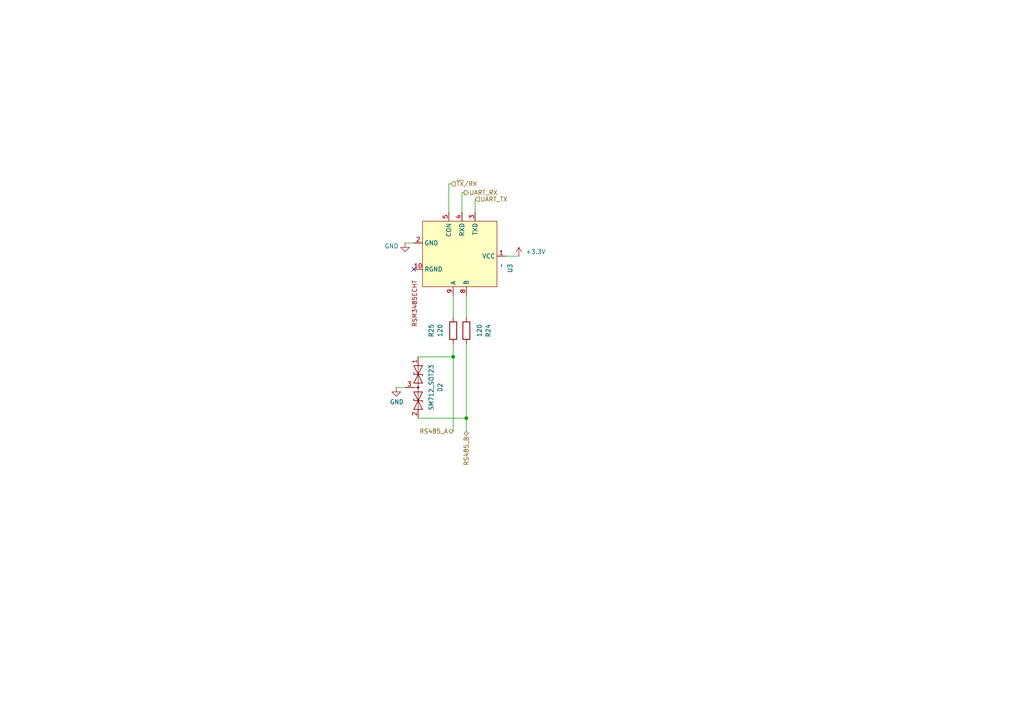
<source format=kicad_sch>
(kicad_sch
	(version 20250114)
	(generator "eeschema")
	(generator_version "9.0")
	(uuid "c598f9e5-ac1b-4a3e-bd6d-5579c1787fe4")
	(paper "A4")
	(lib_symbols
		(symbol "Device:R"
			(pin_numbers
				(hide yes)
			)
			(pin_names
				(offset 0)
			)
			(exclude_from_sim no)
			(in_bom yes)
			(on_board yes)
			(property "Reference" "R"
				(at 2.032 0 90)
				(effects
					(font
						(size 1.27 1.27)
					)
				)
			)
			(property "Value" "R"
				(at 0 0 90)
				(effects
					(font
						(size 1.27 1.27)
					)
				)
			)
			(property "Footprint" ""
				(at -1.778 0 90)
				(effects
					(font
						(size 1.27 1.27)
					)
					(hide yes)
				)
			)
			(property "Datasheet" "~"
				(at 0 0 0)
				(effects
					(font
						(size 1.27 1.27)
					)
					(hide yes)
				)
			)
			(property "Description" "Resistor"
				(at 0 0 0)
				(effects
					(font
						(size 1.27 1.27)
					)
					(hide yes)
				)
			)
			(property "ki_keywords" "R res resistor"
				(at 0 0 0)
				(effects
					(font
						(size 1.27 1.27)
					)
					(hide yes)
				)
			)
			(property "ki_fp_filters" "R_*"
				(at 0 0 0)
				(effects
					(font
						(size 1.27 1.27)
					)
					(hide yes)
				)
			)
			(symbol "R_0_1"
				(rectangle
					(start -1.016 -2.54)
					(end 1.016 2.54)
					(stroke
						(width 0.254)
						(type default)
					)
					(fill
						(type none)
					)
				)
			)
			(symbol "R_1_1"
				(pin passive line
					(at 0 3.81 270)
					(length 1.27)
					(name "~"
						(effects
							(font
								(size 1.27 1.27)
							)
						)
					)
					(number "1"
						(effects
							(font
								(size 1.27 1.27)
							)
						)
					)
				)
				(pin passive line
					(at 0 -3.81 90)
					(length 1.27)
					(name "~"
						(effects
							(font
								(size 1.27 1.27)
							)
						)
					)
					(number "2"
						(effects
							(font
								(size 1.27 1.27)
							)
						)
					)
				)
			)
			(embedded_fonts no)
		)
		(symbol "Diode:SM712_SOT23"
			(pin_names
				(offset 1.016)
				(hide yes)
			)
			(exclude_from_sim no)
			(in_bom yes)
			(on_board yes)
			(property "Reference" "D"
				(at 0 4.445 0)
				(effects
					(font
						(size 1.27 1.27)
					)
				)
			)
			(property "Value" "SM712_SOT23"
				(at 0 2.54 0)
				(effects
					(font
						(size 1.27 1.27)
					)
				)
			)
			(property "Footprint" "Package_TO_SOT_SMD:SOT-23"
				(at 0 -8.89 0)
				(effects
					(font
						(size 1.27 1.27)
					)
					(hide yes)
				)
			)
			(property "Datasheet" "https://www.littelfuse.com/~/media/electronics/datasheets/tvs_diode_arrays/littelfuse_tvs_diode_array_sm712_datasheet.pdf.pdf"
				(at -3.81 0 0)
				(effects
					(font
						(size 1.27 1.27)
					)
					(hide yes)
				)
			)
			(property "Description" "7V/12V, 600W Asymmetrical TVS Diode Array, SOT-23"
				(at 0 0 0)
				(effects
					(font
						(size 1.27 1.27)
					)
					(hide yes)
				)
			)
			(property "ki_keywords" "transient voltage suppressor thyrector transil"
				(at 0 0 0)
				(effects
					(font
						(size 1.27 1.27)
					)
					(hide yes)
				)
			)
			(property "ki_fp_filters" "SOT?23*"
				(at 0 0 0)
				(effects
					(font
						(size 1.27 1.27)
					)
					(hide yes)
				)
			)
			(symbol "SM712_SOT23_0_0"
				(polyline
					(pts
						(xy 0 -1.27) (xy 0 0)
					)
					(stroke
						(width 0)
						(type default)
					)
					(fill
						(type none)
					)
				)
			)
			(symbol "SM712_SOT23_0_1"
				(polyline
					(pts
						(xy -6.35 0) (xy 6.35 0)
					)
					(stroke
						(width 0)
						(type default)
					)
					(fill
						(type none)
					)
				)
				(polyline
					(pts
						(xy -6.35 -1.27) (xy -1.27 1.27) (xy -1.27 -1.27) (xy -6.35 1.27) (xy -6.35 -1.27)
					)
					(stroke
						(width 0.2032)
						(type default)
					)
					(fill
						(type none)
					)
				)
				(polyline
					(pts
						(xy -3.302 1.27) (xy -3.81 1.27) (xy -3.81 -1.27) (xy -4.318 -1.27)
					)
					(stroke
						(width 0.2032)
						(type default)
					)
					(fill
						(type none)
					)
				)
				(circle
					(center 0 0)
					(radius 0.254)
					(stroke
						(width 0)
						(type default)
					)
					(fill
						(type outline)
					)
				)
				(polyline
					(pts
						(xy 1.27 -1.27) (xy 1.27 1.27) (xy 6.35 -1.27) (xy 6.35 1.27) (xy 1.27 -1.27)
					)
					(stroke
						(width 0.2032)
						(type default)
					)
					(fill
						(type none)
					)
				)
				(polyline
					(pts
						(xy 4.318 1.27) (xy 3.81 1.27) (xy 3.81 -1.27) (xy 3.302 -1.27)
					)
					(stroke
						(width 0.2032)
						(type default)
					)
					(fill
						(type none)
					)
				)
			)
			(symbol "SM712_SOT23_1_1"
				(pin passive line
					(at -8.89 0 0)
					(length 2.54)
					(name "A1"
						(effects
							(font
								(size 1.27 1.27)
							)
						)
					)
					(number "1"
						(effects
							(font
								(size 1.27 1.27)
							)
						)
					)
				)
				(pin input line
					(at 0 -3.81 90)
					(length 2.54)
					(name "common"
						(effects
							(font
								(size 1.27 1.27)
							)
						)
					)
					(number "3"
						(effects
							(font
								(size 1.27 1.27)
							)
						)
					)
				)
				(pin passive line
					(at 8.89 0 180)
					(length 2.54)
					(name "A2"
						(effects
							(font
								(size 1.27 1.27)
							)
						)
					)
					(number "2"
						(effects
							(font
								(size 1.27 1.27)
							)
						)
					)
				)
			)
			(embedded_fonts no)
		)
		(symbol "Riqi_Parts:YLPTEC_RSM3485ECHT"
			(exclude_from_sim no)
			(in_bom yes)
			(on_board yes)
			(property "Reference" "U"
				(at 1.778 1.016 0)
				(effects
					(font
						(size 1.27 1.27)
					)
				)
			)
			(property "Value" ""
				(at 0 0 0)
				(effects
					(font
						(size 1.27 1.27)
					)
				)
			)
			(property "Footprint" "Riqi_Parts:YLPTEC RSM3485ECHT"
				(at 0 0 0)
				(effects
					(font
						(size 1.27 1.27)
					)
					(hide yes)
				)
			)
			(property "Datasheet" "https://lcsc.com/datasheet/lcsc_datasheet_2411051508_YLPTEC-RSM3485ECHT_C2992406.pdf"
				(at 0 0 0)
				(effects
					(font
						(size 1.27 1.27)
					)
					(hide yes)
				)
			)
			(property "Description" "RS485 ISOLATED MODULE"
				(at 0 0 0)
				(effects
					(font
						(size 1.27 1.27)
					)
					(hide yes)
				)
			)
			(symbol "YLPTEC_RSM3485ECHT_1_1"
				(rectangle
					(start -15.24 -1.27)
					(end 3.81 -22.86)
					(stroke
						(width 0)
						(type solid)
					)
					(fill
						(type background)
					)
				)
				(text "RSM3485ECHT"
					(at 8.636 -25.146 0)
					(effects
						(font
							(size 1.27 1.27)
						)
					)
				)
				(pin bidirectional line
					(at -17.78 -7.62 0)
					(length 2.54)
					(name "TXD"
						(effects
							(font
								(size 1.27 1.27)
							)
						)
					)
					(number "3"
						(effects
							(font
								(size 1.27 1.27)
							)
						)
					)
				)
				(pin bidirectional line
					(at -17.78 -11.43 0)
					(length 2.54)
					(name "RXD"
						(effects
							(font
								(size 1.27 1.27)
							)
						)
					)
					(number "4"
						(effects
							(font
								(size 1.27 1.27)
							)
						)
					)
				)
				(pin bidirectional line
					(at -17.78 -15.24 0)
					(length 2.54)
					(name "CON"
						(effects
							(font
								(size 1.27 1.27)
							)
						)
					)
					(number "5"
						(effects
							(font
								(size 1.27 1.27)
							)
						)
					)
				)
				(pin power_in line
					(at -8.89 -25.4 90)
					(length 2.54)
					(name "GND"
						(effects
							(font
								(size 1.27 1.27)
							)
						)
					)
					(number "2"
						(effects
							(font
								(size 1.27 1.27)
							)
						)
					)
				)
				(pin power_in line
					(at -5.08 1.27 270)
					(length 2.54)
					(name "VCC"
						(effects
							(font
								(size 1.27 1.27)
							)
						)
					)
					(number "1"
						(effects
							(font
								(size 1.27 1.27)
							)
						)
					)
				)
				(pin power_in line
					(at -1.27 -25.4 90)
					(length 2.54)
					(name "RGND"
						(effects
							(font
								(size 1.27 1.27)
							)
						)
					)
					(number "10"
						(effects
							(font
								(size 1.27 1.27)
							)
						)
					)
				)
				(pin bidirectional line
					(at 6.35 -10.16 180)
					(length 2.54)
					(name "B"
						(effects
							(font
								(size 1.27 1.27)
							)
						)
					)
					(number "8"
						(effects
							(font
								(size 1.27 1.27)
							)
						)
					)
				)
				(pin bidirectional line
					(at 6.35 -13.97 180)
					(length 2.54)
					(name "A"
						(effects
							(font
								(size 1.27 1.27)
							)
						)
					)
					(number "9"
						(effects
							(font
								(size 1.27 1.27)
							)
						)
					)
				)
			)
			(embedded_fonts no)
		)
		(symbol "power:+3.3V"
			(power)
			(pin_numbers
				(hide yes)
			)
			(pin_names
				(offset 0)
				(hide yes)
			)
			(exclude_from_sim no)
			(in_bom yes)
			(on_board yes)
			(property "Reference" "#PWR"
				(at 0 -3.81 0)
				(effects
					(font
						(size 1.27 1.27)
					)
					(hide yes)
				)
			)
			(property "Value" "+3.3V"
				(at 0 3.556 0)
				(effects
					(font
						(size 1.27 1.27)
					)
				)
			)
			(property "Footprint" ""
				(at 0 0 0)
				(effects
					(font
						(size 1.27 1.27)
					)
					(hide yes)
				)
			)
			(property "Datasheet" ""
				(at 0 0 0)
				(effects
					(font
						(size 1.27 1.27)
					)
					(hide yes)
				)
			)
			(property "Description" "Power symbol creates a global label with name \"+3.3V\""
				(at 0 0 0)
				(effects
					(font
						(size 1.27 1.27)
					)
					(hide yes)
				)
			)
			(property "ki_keywords" "global power"
				(at 0 0 0)
				(effects
					(font
						(size 1.27 1.27)
					)
					(hide yes)
				)
			)
			(symbol "+3.3V_0_1"
				(polyline
					(pts
						(xy -0.762 1.27) (xy 0 2.54)
					)
					(stroke
						(width 0)
						(type default)
					)
					(fill
						(type none)
					)
				)
				(polyline
					(pts
						(xy 0 2.54) (xy 0.762 1.27)
					)
					(stroke
						(width 0)
						(type default)
					)
					(fill
						(type none)
					)
				)
				(polyline
					(pts
						(xy 0 0) (xy 0 2.54)
					)
					(stroke
						(width 0)
						(type default)
					)
					(fill
						(type none)
					)
				)
			)
			(symbol "+3.3V_1_1"
				(pin power_in line
					(at 0 0 90)
					(length 0)
					(name "~"
						(effects
							(font
								(size 1.27 1.27)
							)
						)
					)
					(number "1"
						(effects
							(font
								(size 1.27 1.27)
							)
						)
					)
				)
			)
			(embedded_fonts no)
		)
		(symbol "power:GND"
			(power)
			(pin_numbers
				(hide yes)
			)
			(pin_names
				(offset 0)
				(hide yes)
			)
			(exclude_from_sim no)
			(in_bom yes)
			(on_board yes)
			(property "Reference" "#PWR"
				(at 0 -6.35 0)
				(effects
					(font
						(size 1.27 1.27)
					)
					(hide yes)
				)
			)
			(property "Value" "GND"
				(at 0 -3.81 0)
				(effects
					(font
						(size 1.27 1.27)
					)
				)
			)
			(property "Footprint" ""
				(at 0 0 0)
				(effects
					(font
						(size 1.27 1.27)
					)
					(hide yes)
				)
			)
			(property "Datasheet" ""
				(at 0 0 0)
				(effects
					(font
						(size 1.27 1.27)
					)
					(hide yes)
				)
			)
			(property "Description" "Power symbol creates a global label with name \"GND\" , ground"
				(at 0 0 0)
				(effects
					(font
						(size 1.27 1.27)
					)
					(hide yes)
				)
			)
			(property "ki_keywords" "global power"
				(at 0 0 0)
				(effects
					(font
						(size 1.27 1.27)
					)
					(hide yes)
				)
			)
			(symbol "GND_0_1"
				(polyline
					(pts
						(xy 0 0) (xy 0 -1.27) (xy 1.27 -1.27) (xy 0 -2.54) (xy -1.27 -1.27) (xy 0 -1.27)
					)
					(stroke
						(width 0)
						(type default)
					)
					(fill
						(type none)
					)
				)
			)
			(symbol "GND_1_1"
				(pin power_in line
					(at 0 0 270)
					(length 0)
					(name "~"
						(effects
							(font
								(size 1.27 1.27)
							)
						)
					)
					(number "1"
						(effects
							(font
								(size 1.27 1.27)
							)
						)
					)
				)
			)
			(embedded_fonts no)
		)
	)
	(junction
		(at 131.445 103.505)
		(diameter 0)
		(color 0 0 0 0)
		(uuid "22a05c60-5d36-418b-846c-3d12a24db8b7")
	)
	(junction
		(at 135.255 121.285)
		(diameter 0)
		(color 0 0 0 0)
		(uuid "8d1a6d2a-5f66-4e19-9c16-dbff270d981a")
	)
	(no_connect
		(at 120.015 78.105)
		(uuid "2650831e-5859-4c23-a617-4bfa3fad0e4a")
	)
	(wire
		(pts
			(xy 131.445 85.725) (xy 131.445 92.075)
		)
		(stroke
			(width 0)
			(type default)
		)
		(uuid "08e0511c-8639-4b40-a713-d70044e55388")
	)
	(wire
		(pts
			(xy 131.445 103.505) (xy 131.445 125.095)
		)
		(stroke
			(width 0)
			(type default)
		)
		(uuid "1fb5a839-dc20-4b3b-80b0-b795fdf1f1fc")
	)
	(wire
		(pts
			(xy 117.475 112.395) (xy 114.935 112.395)
		)
		(stroke
			(width 0)
			(type default)
		)
		(uuid "4404ae81-0b45-4fe3-bbe9-5bcd079727a1")
	)
	(wire
		(pts
			(xy 135.255 85.725) (xy 135.255 92.075)
		)
		(stroke
			(width 0)
			(type default)
		)
		(uuid "4b1c0ca7-5252-4128-b595-cea1268b7b62")
	)
	(wire
		(pts
			(xy 135.255 121.285) (xy 121.285 121.285)
		)
		(stroke
			(width 0)
			(type default)
		)
		(uuid "550c7850-f500-4207-b62d-98b7988187cc")
	)
	(wire
		(pts
			(xy 134.62 55.88) (xy 133.985 55.88)
		)
		(stroke
			(width 0)
			(type default)
		)
		(uuid "711fe9b2-5fe0-4720-a791-75c92c4051e3")
	)
	(wire
		(pts
			(xy 120.015 70.485) (xy 117.475 70.485)
		)
		(stroke
			(width 0)
			(type default)
		)
		(uuid "722016a8-0d8f-47ca-acbf-e94e241d7a00")
	)
	(wire
		(pts
			(xy 150.495 74.295) (xy 146.685 74.295)
		)
		(stroke
			(width 0)
			(type default)
		)
		(uuid "758e1150-b1bd-4640-96ed-8846eb51e1df")
	)
	(wire
		(pts
			(xy 135.255 121.285) (xy 135.255 125.095)
		)
		(stroke
			(width 0)
			(type default)
		)
		(uuid "8cd4dfb2-0dab-436c-b457-93b47a864543")
	)
	(wire
		(pts
			(xy 131.445 99.695) (xy 131.445 103.505)
		)
		(stroke
			(width 0)
			(type default)
		)
		(uuid "a0f65665-556f-4211-ad0c-d5572e382efa")
	)
	(wire
		(pts
			(xy 137.795 57.785) (xy 137.795 61.595)
		)
		(stroke
			(width 0)
			(type default)
		)
		(uuid "be3c2ce8-f5bb-44f7-872c-2228859f9a11")
	)
	(wire
		(pts
			(xy 133.985 55.88) (xy 133.985 61.595)
		)
		(stroke
			(width 0)
			(type default)
		)
		(uuid "be94a409-36db-454d-a8e0-0b43bc78da3f")
	)
	(wire
		(pts
			(xy 135.255 99.695) (xy 135.255 121.285)
		)
		(stroke
			(width 0)
			(type default)
		)
		(uuid "c6952a33-6533-4675-9082-064513cf4810")
	)
	(wire
		(pts
			(xy 131.445 103.505) (xy 121.285 103.505)
		)
		(stroke
			(width 0)
			(type default)
		)
		(uuid "cbe2699c-a241-4fd3-8d8d-538c2a43dd30")
	)
	(wire
		(pts
			(xy 130.81 53.34) (xy 130.175 53.34)
		)
		(stroke
			(width 0)
			(type default)
		)
		(uuid "ccb1baf4-351e-4ee2-b2ac-0750261144fc")
	)
	(wire
		(pts
			(xy 130.175 53.34) (xy 130.175 61.595)
		)
		(stroke
			(width 0)
			(type default)
		)
		(uuid "e4572911-ff80-42cf-85a1-4a9507a9d5dd")
	)
	(hierarchical_label "UART_RX"
		(shape output)
		(at 134.62 55.88 0)
		(effects
			(font
				(size 1.27 1.27)
			)
			(justify left)
		)
		(uuid "0f9afdb3-b453-4c62-836f-458e6fa36d81")
	)
	(hierarchical_label "RS485_A"
		(shape bidirectional)
		(at 131.445 125.095 180)
		(effects
			(font
				(size 1.27 1.27)
			)
			(justify right)
		)
		(uuid "12b1f7c9-7f2f-40cb-93ac-d1c28f6f3224")
	)
	(hierarchical_label "~{TX}{slash}RX"
		(shape input)
		(at 130.81 53.34 0)
		(effects
			(font
				(size 1.27 1.27)
			)
			(justify left)
		)
		(uuid "9703bf3a-8ebc-491c-a183-053f1ea0cdcf")
	)
	(hierarchical_label "UART_TX"
		(shape input)
		(at 137.795 57.785 0)
		(effects
			(font
				(size 1.27 1.27)
			)
			(justify left)
		)
		(uuid "9de0f9c2-67d0-43c5-82cc-7cf0a2c9d038")
	)
	(hierarchical_label "RS485_B"
		(shape bidirectional)
		(at 135.255 125.095 270)
		(effects
			(font
				(size 1.27 1.27)
			)
			(justify right)
		)
		(uuid "b705b3ea-2db5-4ac7-bf16-6a529c457d97")
	)
	(symbol
		(lib_id "power:GND")
		(at 117.475 70.485 0)
		(unit 1)
		(exclude_from_sim no)
		(in_bom yes)
		(on_board yes)
		(dnp no)
		(uuid "0375b851-b1ff-42cc-892f-e9a474cb14b1")
		(property "Reference" "#PWR16"
			(at 117.475 76.835 0)
			(effects
				(font
					(size 1.27 1.27)
				)
				(hide yes)
			)
		)
		(property "Value" "GND"
			(at 111.506 71.374 0)
			(effects
				(font
					(size 1.27 1.27)
				)
				(justify left)
			)
		)
		(property "Footprint" ""
			(at 117.475 70.485 0)
			(effects
				(font
					(size 1.27 1.27)
				)
				(hide yes)
			)
		)
		(property "Datasheet" ""
			(at 117.475 70.485 0)
			(effects
				(font
					(size 1.27 1.27)
				)
				(hide yes)
			)
		)
		(property "Description" "Power symbol creates a global label with name \"GND\" , ground"
			(at 117.475 70.485 0)
			(effects
				(font
					(size 1.27 1.27)
				)
				(hide yes)
			)
		)
		(pin "1"
			(uuid "434065af-173d-4b00-afbe-67fe1a2927cd")
		)
		(instances
			(project "NIVARA"
				(path "/8290cc18-06d0-4e02-a781-29a61ebc321a/9e4d7a0c-a5eb-4e88-9036-0c35e68b279a/43a112db-786f-42fb-8db3-67286b51ed8f"
					(reference "#PWR16")
					(unit 1)
				)
			)
		)
	)
	(symbol
		(lib_id "Device:R")
		(at 135.255 95.885 0)
		(unit 1)
		(exclude_from_sim no)
		(in_bom yes)
		(on_board yes)
		(dnp no)
		(uuid "079a3814-b3db-4b43-8cfb-6ba794be0c93")
		(property "Reference" "R24"
			(at 141.605 95.885 90)
			(effects
				(font
					(size 1.27 1.27)
				)
			)
		)
		(property "Value" "120"
			(at 139.065 95.885 90)
			(effects
				(font
					(size 1.27 1.27)
				)
			)
		)
		(property "Footprint" ""
			(at 133.477 95.885 90)
			(effects
				(font
					(size 1.27 1.27)
				)
				(hide yes)
			)
		)
		(property "Datasheet" "~"
			(at 135.255 95.885 0)
			(effects
				(font
					(size 1.27 1.27)
				)
				(hide yes)
			)
		)
		(property "Description" "Resistor"
			(at 135.255 95.885 0)
			(effects
				(font
					(size 1.27 1.27)
				)
				(hide yes)
			)
		)
		(pin "1"
			(uuid "b0d731c4-0639-40c1-81e2-eb9b9e8815db")
		)
		(pin "2"
			(uuid "046ee995-96a5-4ab5-b3a4-86d1f71390cb")
		)
		(instances
			(project "NIVARA"
				(path "/8290cc18-06d0-4e02-a781-29a61ebc321a/9e4d7a0c-a5eb-4e88-9036-0c35e68b279a/43a112db-786f-42fb-8db3-67286b51ed8f"
					(reference "R24")
					(unit 1)
				)
			)
		)
	)
	(symbol
		(lib_id "Riqi_Parts:YLPTEC_RSM3485ECHT")
		(at 145.415 79.375 270)
		(unit 1)
		(exclude_from_sim no)
		(in_bom yes)
		(on_board yes)
		(dnp no)
		(fields_autoplaced yes)
		(uuid "0b6916b1-d001-4d1f-b0e7-4ef2889cac37")
		(property "Reference" "U3"
			(at 147.955 76.4383 0)
			(effects
				(font
					(size 1.27 1.27)
				)
				(justify left)
			)
		)
		(property "Value" "~"
			(at 145.415 76.4383 0)
			(effects
				(font
					(size 1.27 1.27)
				)
				(justify left)
			)
		)
		(property "Footprint" "Riqi_Parts:YLPTEC RSM3485ECHT"
			(at 145.415 79.375 0)
			(effects
				(font
					(size 1.27 1.27)
				)
				(hide yes)
			)
		)
		(property "Datasheet" "https://lcsc.com/datasheet/lcsc_datasheet_2411051508_YLPTEC-RSM3485ECHT_C2992406.pdf"
			(at 145.415 79.375 0)
			(effects
				(font
					(size 1.27 1.27)
				)
				(hide yes)
			)
		)
		(property "Description" "RS485 ISOLATED MODULE"
			(at 145.415 79.375 0)
			(effects
				(font
					(size 1.27 1.27)
				)
				(hide yes)
			)
		)
		(pin "9"
			(uuid "b6f2c3f4-d41d-4d97-9591-f1b950cdbf75")
		)
		(pin "5"
			(uuid "461abd25-5a34-400a-b9f2-17492b11757d")
		)
		(pin "10"
			(uuid "f351cb6f-ebb6-4576-8e62-d7c8eaee149d")
		)
		(pin "8"
			(uuid "0effd02a-b0a2-4390-9439-582fa01661ae")
		)
		(pin "4"
			(uuid "1247548f-1916-4145-b634-5e94bbe88e2a")
		)
		(pin "1"
			(uuid "ec840838-b58f-481e-80b1-45827976244a")
		)
		(pin "2"
			(uuid "172d0647-4dc0-47cf-9829-a6911e24fb9f")
		)
		(pin "3"
			(uuid "6853de27-c6ae-4a96-b6b2-395f79bd6375")
		)
		(instances
			(project "NIVARA"
				(path "/8290cc18-06d0-4e02-a781-29a61ebc321a/9e4d7a0c-a5eb-4e88-9036-0c35e68b279a/43a112db-786f-42fb-8db3-67286b51ed8f"
					(reference "U3")
					(unit 1)
				)
			)
		)
	)
	(symbol
		(lib_id "Diode:SM712_SOT23")
		(at 121.285 112.395 270)
		(unit 1)
		(exclude_from_sim no)
		(in_bom yes)
		(on_board yes)
		(dnp no)
		(fields_autoplaced yes)
		(uuid "6fde49b7-df7d-4abc-b65a-ed035397880f")
		(property "Reference" "D2"
			(at 127.635 112.395 0)
			(effects
				(font
					(size 1.27 1.27)
				)
			)
		)
		(property "Value" "SM712_SOT23"
			(at 125.095 112.395 0)
			(effects
				(font
					(size 1.27 1.27)
				)
			)
		)
		(property "Footprint" "Package_TO_SOT_SMD:SOT-23"
			(at 112.395 112.395 0)
			(effects
				(font
					(size 1.27 1.27)
				)
				(hide yes)
			)
		)
		(property "Datasheet" "https://www.littelfuse.com/~/media/electronics/datasheets/tvs_diode_arrays/littelfuse_tvs_diode_array_sm712_datasheet.pdf.pdf"
			(at 121.285 108.585 0)
			(effects
				(font
					(size 1.27 1.27)
				)
				(hide yes)
			)
		)
		(property "Description" "7V/12V, 600W Asymmetrical TVS Diode Array, SOT-23"
			(at 121.285 112.395 0)
			(effects
				(font
					(size 1.27 1.27)
				)
				(hide yes)
			)
		)
		(pin "2"
			(uuid "05217b97-b996-4262-b113-a5f5eea2ccdc")
		)
		(pin "1"
			(uuid "dc3eabef-7bcc-4813-9c7d-9cb34962dc2f")
		)
		(pin "3"
			(uuid "9c407100-a769-4486-ad76-6a49e2e75586")
		)
		(instances
			(project "NIVARA"
				(path "/8290cc18-06d0-4e02-a781-29a61ebc321a/9e4d7a0c-a5eb-4e88-9036-0c35e68b279a/43a112db-786f-42fb-8db3-67286b51ed8f"
					(reference "D2")
					(unit 1)
				)
			)
		)
	)
	(symbol
		(lib_id "Device:R")
		(at 131.445 95.885 0)
		(mirror y)
		(unit 1)
		(exclude_from_sim no)
		(in_bom yes)
		(on_board yes)
		(dnp no)
		(uuid "8f0a9f59-a5bc-49b1-a382-e75e7a2d5f1f")
		(property "Reference" "R25"
			(at 125.095 95.885 90)
			(effects
				(font
					(size 1.27 1.27)
				)
			)
		)
		(property "Value" "120"
			(at 127.635 95.885 90)
			(effects
				(font
					(size 1.27 1.27)
				)
			)
		)
		(property "Footprint" ""
			(at 133.223 95.885 90)
			(effects
				(font
					(size 1.27 1.27)
				)
				(hide yes)
			)
		)
		(property "Datasheet" "~"
			(at 131.445 95.885 0)
			(effects
				(font
					(size 1.27 1.27)
				)
				(hide yes)
			)
		)
		(property "Description" "Resistor"
			(at 131.445 95.885 0)
			(effects
				(font
					(size 1.27 1.27)
				)
				(hide yes)
			)
		)
		(pin "1"
			(uuid "8060033a-61fe-44ab-8a49-7e0d4ff31f5e")
		)
		(pin "2"
			(uuid "cf94365b-34fb-48c8-8e6c-9a97701ebf1f")
		)
		(instances
			(project "NIVARA"
				(path "/8290cc18-06d0-4e02-a781-29a61ebc321a/9e4d7a0c-a5eb-4e88-9036-0c35e68b279a/43a112db-786f-42fb-8db3-67286b51ed8f"
					(reference "R25")
					(unit 1)
				)
			)
		)
	)
	(symbol
		(lib_id "power:+3.3V")
		(at 150.495 74.295 0)
		(unit 1)
		(exclude_from_sim no)
		(in_bom yes)
		(on_board yes)
		(dnp no)
		(fields_autoplaced yes)
		(uuid "bdc33729-c98f-481b-a33f-0eb96d072ec8")
		(property "Reference" "#PWR17"
			(at 150.495 78.105 0)
			(effects
				(font
					(size 1.27 1.27)
				)
				(hide yes)
			)
		)
		(property "Value" "+3.3V"
			(at 152.4 73.0249 0)
			(effects
				(font
					(size 1.27 1.27)
				)
				(justify left)
			)
		)
		(property "Footprint" ""
			(at 150.495 74.295 0)
			(effects
				(font
					(size 1.27 1.27)
				)
				(hide yes)
			)
		)
		(property "Datasheet" ""
			(at 150.495 74.295 0)
			(effects
				(font
					(size 1.27 1.27)
				)
				(hide yes)
			)
		)
		(property "Description" "Power symbol creates a global label with name \"+3.3V\""
			(at 150.495 74.295 0)
			(effects
				(font
					(size 1.27 1.27)
				)
				(hide yes)
			)
		)
		(pin "1"
			(uuid "bccb0630-3bdf-4c07-bb9e-742fdc3a68d5")
		)
		(instances
			(project "NIVARA"
				(path "/8290cc18-06d0-4e02-a781-29a61ebc321a/9e4d7a0c-a5eb-4e88-9036-0c35e68b279a/43a112db-786f-42fb-8db3-67286b51ed8f"
					(reference "#PWR17")
					(unit 1)
				)
			)
		)
	)
	(symbol
		(lib_id "power:GND")
		(at 114.935 112.395 0)
		(unit 1)
		(exclude_from_sim no)
		(in_bom yes)
		(on_board yes)
		(dnp no)
		(uuid "fb5ae3c2-634d-4b95-8f6d-d83379a5db3f")
		(property "Reference" "#PWR052"
			(at 114.935 118.745 0)
			(effects
				(font
					(size 1.27 1.27)
				)
				(hide yes)
			)
		)
		(property "Value" "GND"
			(at 113.03 116.586 0)
			(effects
				(font
					(size 1.27 1.27)
				)
				(justify left)
			)
		)
		(property "Footprint" ""
			(at 114.935 112.395 0)
			(effects
				(font
					(size 1.27 1.27)
				)
				(hide yes)
			)
		)
		(property "Datasheet" ""
			(at 114.935 112.395 0)
			(effects
				(font
					(size 1.27 1.27)
				)
				(hide yes)
			)
		)
		(property "Description" "Power symbol creates a global label with name \"GND\" , ground"
			(at 114.935 112.395 0)
			(effects
				(font
					(size 1.27 1.27)
				)
				(hide yes)
			)
		)
		(pin "1"
			(uuid "c06deeab-1f9e-44fa-9515-70cea071e256")
		)
		(instances
			(project "NIVARA"
				(path "/8290cc18-06d0-4e02-a781-29a61ebc321a/9e4d7a0c-a5eb-4e88-9036-0c35e68b279a/43a112db-786f-42fb-8db3-67286b51ed8f"
					(reference "#PWR052")
					(unit 1)
				)
			)
		)
	)
)

</source>
